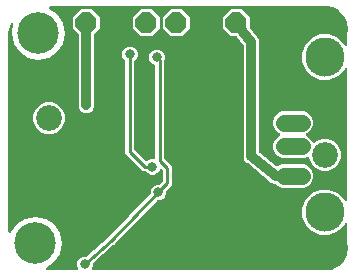
<source format=gbr>
G04 EAGLE Gerber RS-274X export*
G75*
%MOMM*%
%FSLAX34Y34*%
%LPD*%
%INBottom Copper*%
%IPPOS*%
%AMOC8*
5,1,8,0,0,1.08239X$1,22.5*%
G01*
%ADD10C,0.908000*%
%ADD11C,3.516000*%
%ADD12C,2.184400*%
%ADD13C,1.458000*%
%ADD14C,3.316000*%
%ADD15P,1.924489X8X112.500000*%
%ADD16C,0.800100*%
%ADD17C,0.812800*%
%ADD18C,0.254000*%

G36*
X60484Y2547D02*
X60484Y2547D01*
X60533Y2545D01*
X60641Y2567D01*
X60750Y2581D01*
X60796Y2599D01*
X60845Y2609D01*
X60943Y2657D01*
X61045Y2698D01*
X61085Y2727D01*
X61130Y2749D01*
X61214Y2820D01*
X61303Y2884D01*
X61334Y2923D01*
X61372Y2955D01*
X61436Y3045D01*
X61506Y3129D01*
X61527Y3174D01*
X61555Y3215D01*
X61594Y3318D01*
X61641Y3417D01*
X61650Y3466D01*
X61668Y3512D01*
X61680Y3622D01*
X61701Y3729D01*
X61698Y3779D01*
X61703Y3828D01*
X61688Y3937D01*
X61681Y4047D01*
X61666Y4094D01*
X61659Y4143D01*
X61607Y4296D01*
X60769Y6319D01*
X60769Y8921D01*
X61765Y11325D01*
X63605Y13165D01*
X66009Y14161D01*
X68450Y14161D01*
X68512Y14169D01*
X68574Y14167D01*
X68669Y14189D01*
X68766Y14201D01*
X68823Y14224D01*
X68884Y14238D01*
X68971Y14282D01*
X69062Y14318D01*
X69112Y14354D01*
X69167Y14383D01*
X69294Y14482D01*
X87496Y30662D01*
X87511Y30678D01*
X87565Y30728D01*
X122641Y66935D01*
X122695Y67007D01*
X122756Y67071D01*
X122790Y67133D01*
X122832Y67190D01*
X122866Y67272D01*
X122909Y67350D01*
X122927Y67418D01*
X122954Y67484D01*
X122966Y67572D01*
X122989Y67658D01*
X122997Y67784D01*
X122999Y67798D01*
X122998Y67805D01*
X122999Y67819D01*
X122999Y69881D01*
X123995Y72285D01*
X125835Y74125D01*
X128239Y75121D01*
X130166Y75121D01*
X130264Y75134D01*
X130364Y75137D01*
X130422Y75153D01*
X130482Y75161D01*
X130574Y75198D01*
X130669Y75225D01*
X130721Y75256D01*
X130778Y75278D01*
X130858Y75336D01*
X130943Y75387D01*
X131018Y75453D01*
X131035Y75465D01*
X131043Y75474D01*
X131064Y75493D01*
X132978Y77407D01*
X133038Y77485D01*
X133106Y77557D01*
X133135Y77610D01*
X133172Y77658D01*
X133212Y77749D01*
X133260Y77836D01*
X133275Y77894D01*
X133299Y77950D01*
X133314Y78048D01*
X133339Y78144D01*
X133345Y78244D01*
X133349Y78264D01*
X133347Y78276D01*
X133349Y78304D01*
X133349Y86796D01*
X133337Y86894D01*
X133334Y86993D01*
X133317Y87051D01*
X133309Y87111D01*
X133273Y87203D01*
X133245Y87299D01*
X133215Y87351D01*
X133192Y87407D01*
X133134Y87487D01*
X133084Y87572D01*
X133018Y87648D01*
X133006Y87664D01*
X132996Y87672D01*
X132978Y87693D01*
X132579Y88092D01*
X132540Y88122D01*
X132506Y88159D01*
X132415Y88219D01*
X132328Y88287D01*
X132282Y88307D01*
X132241Y88334D01*
X132137Y88369D01*
X132036Y88413D01*
X131987Y88421D01*
X131940Y88437D01*
X131830Y88446D01*
X131722Y88463D01*
X131672Y88458D01*
X131623Y88462D01*
X131515Y88443D01*
X131405Y88433D01*
X131358Y88416D01*
X131309Y88408D01*
X131209Y88363D01*
X131106Y88326D01*
X131065Y88298D01*
X131019Y88277D01*
X130934Y88209D01*
X130843Y88147D01*
X130810Y88110D01*
X130771Y88079D01*
X130705Y87991D01*
X130632Y87909D01*
X130610Y87864D01*
X130580Y87825D01*
X130509Y87680D01*
X130005Y86465D01*
X128165Y84625D01*
X125761Y83629D01*
X123159Y83629D01*
X120755Y84625D01*
X119392Y85988D01*
X119313Y86048D01*
X119241Y86116D01*
X119188Y86145D01*
X119140Y86182D01*
X119050Y86222D01*
X118963Y86270D01*
X118904Y86285D01*
X118849Y86309D01*
X118751Y86324D01*
X118655Y86349D01*
X118555Y86355D01*
X118535Y86359D01*
X118522Y86357D01*
X118494Y86359D01*
X116532Y86359D01*
X101599Y101292D01*
X101599Y179454D01*
X101587Y179552D01*
X101584Y179651D01*
X101567Y179710D01*
X101559Y179770D01*
X101523Y179862D01*
X101495Y179957D01*
X101465Y180009D01*
X101442Y180065D01*
X101384Y180146D01*
X101334Y180231D01*
X101268Y180306D01*
X101256Y180323D01*
X101246Y180331D01*
X101228Y180352D01*
X99865Y181715D01*
X98869Y184119D01*
X98869Y186721D01*
X99865Y189125D01*
X101705Y190965D01*
X104109Y191961D01*
X106711Y191961D01*
X109115Y190965D01*
X110955Y189125D01*
X111951Y186721D01*
X111951Y184119D01*
X110955Y181715D01*
X109592Y180352D01*
X109532Y180273D01*
X109464Y180201D01*
X109435Y180148D01*
X109398Y180100D01*
X109358Y180010D01*
X109310Y179923D01*
X109295Y179864D01*
X109271Y179809D01*
X109256Y179711D01*
X109231Y179615D01*
X109225Y179515D01*
X109221Y179495D01*
X109223Y179482D01*
X109221Y179454D01*
X109221Y104974D01*
X109233Y104876D01*
X109236Y104777D01*
X109253Y104719D01*
X109261Y104659D01*
X109297Y104567D01*
X109325Y104471D01*
X109355Y104419D01*
X109378Y104363D01*
X109436Y104283D01*
X109486Y104198D01*
X109552Y104122D01*
X109564Y104106D01*
X109574Y104098D01*
X109592Y104077D01*
X118457Y95212D01*
X118551Y95139D01*
X118640Y95061D01*
X118676Y95042D01*
X118708Y95017D01*
X118817Y94970D01*
X118923Y94916D01*
X118963Y94907D01*
X119000Y94891D01*
X119118Y94872D01*
X119234Y94846D01*
X119274Y94848D01*
X119314Y94841D01*
X119433Y94852D01*
X119551Y94856D01*
X119590Y94867D01*
X119631Y94871D01*
X119743Y94911D01*
X119857Y94944D01*
X119892Y94965D01*
X119930Y94979D01*
X120028Y95046D01*
X120131Y95106D01*
X120176Y95146D01*
X120193Y95157D01*
X120206Y95173D01*
X120252Y95212D01*
X120755Y95715D01*
X123159Y96711D01*
X125730Y96711D01*
X125848Y96726D01*
X125967Y96734D01*
X126005Y96746D01*
X126046Y96751D01*
X126156Y96795D01*
X126269Y96832D01*
X126304Y96853D01*
X126341Y96868D01*
X126437Y96938D01*
X126538Y97002D01*
X126566Y97031D01*
X126599Y97055D01*
X126675Y97147D01*
X126756Y97233D01*
X126776Y97269D01*
X126801Y97300D01*
X126852Y97408D01*
X126910Y97512D01*
X126920Y97551D01*
X126937Y97588D01*
X126959Y97704D01*
X126989Y97820D01*
X126993Y97880D01*
X126997Y97900D01*
X126995Y97920D01*
X126999Y97980D01*
X126999Y175478D01*
X126996Y175507D01*
X126998Y175537D01*
X126976Y175665D01*
X126959Y175794D01*
X126949Y175821D01*
X126944Y175850D01*
X126890Y175969D01*
X126842Y176089D01*
X126825Y176113D01*
X126813Y176140D01*
X126732Y176242D01*
X126656Y176347D01*
X126633Y176365D01*
X126614Y176389D01*
X126511Y176467D01*
X126411Y176549D01*
X126384Y176562D01*
X126360Y176580D01*
X126216Y176651D01*
X124565Y177335D01*
X122725Y179175D01*
X121729Y181579D01*
X121729Y184181D01*
X122725Y186585D01*
X124565Y188425D01*
X126969Y189421D01*
X129571Y189421D01*
X131975Y188425D01*
X133815Y186585D01*
X134811Y184181D01*
X134811Y181579D01*
X134717Y181352D01*
X134715Y181343D01*
X134710Y181335D01*
X134673Y181190D01*
X134633Y181045D01*
X134633Y181036D01*
X134631Y181027D01*
X134621Y180866D01*
X134621Y97354D01*
X134633Y97256D01*
X134636Y97157D01*
X134653Y97099D01*
X134661Y97039D01*
X134697Y96947D01*
X134725Y96851D01*
X134755Y96799D01*
X134778Y96743D01*
X134836Y96663D01*
X134886Y96578D01*
X134952Y96502D01*
X134964Y96486D01*
X134974Y96478D01*
X134992Y96457D01*
X140971Y90478D01*
X140971Y74622D01*
X136453Y70104D01*
X136392Y70026D01*
X136324Y69953D01*
X136295Y69900D01*
X136258Y69853D01*
X136219Y69762D01*
X136171Y69675D01*
X136156Y69616D01*
X136132Y69561D01*
X136116Y69463D01*
X136091Y69367D01*
X136085Y69267D01*
X136082Y69247D01*
X136083Y69234D01*
X136081Y69206D01*
X136081Y67279D01*
X135085Y64875D01*
X133245Y63035D01*
X130841Y62039D01*
X129046Y62039D01*
X128938Y62025D01*
X128829Y62020D01*
X128781Y62005D01*
X128731Y61999D01*
X128629Y61959D01*
X128525Y61927D01*
X128482Y61900D01*
X128435Y61882D01*
X128347Y61818D01*
X128254Y61761D01*
X128196Y61708D01*
X128178Y61695D01*
X128167Y61682D01*
X128135Y61653D01*
X94219Y26643D01*
X94188Y26601D01*
X94150Y26566D01*
X94093Y26474D01*
X94028Y26388D01*
X94008Y26340D01*
X93980Y26297D01*
X93950Y26201D01*
X92844Y25218D01*
X92829Y25202D01*
X92775Y25152D01*
X91750Y24094D01*
X91702Y24084D01*
X91606Y24034D01*
X91507Y23993D01*
X91466Y23962D01*
X91419Y23938D01*
X91293Y23839D01*
X74277Y8715D01*
X74188Y8612D01*
X74094Y8513D01*
X74083Y8493D01*
X74068Y8475D01*
X74007Y8354D01*
X73941Y8235D01*
X73935Y8212D01*
X73925Y8191D01*
X73895Y8058D01*
X73861Y7927D01*
X73859Y7894D01*
X73856Y7881D01*
X73857Y7859D01*
X73851Y7766D01*
X73851Y6319D01*
X73013Y4296D01*
X73000Y4248D01*
X72979Y4203D01*
X72958Y4095D01*
X72929Y3989D01*
X72929Y3939D01*
X72919Y3890D01*
X72926Y3781D01*
X72924Y3671D01*
X72936Y3623D01*
X72939Y3573D01*
X72973Y3469D01*
X72998Y3362D01*
X73022Y3318D01*
X73037Y3271D01*
X73096Y3178D01*
X73147Y3081D01*
X73180Y3044D01*
X73207Y3002D01*
X73287Y2927D01*
X73361Y2845D01*
X73403Y2818D01*
X73439Y2784D01*
X73535Y2731D01*
X73627Y2671D01*
X73674Y2654D01*
X73717Y2630D01*
X73824Y2603D01*
X73928Y2567D01*
X73977Y2563D01*
X74025Y2551D01*
X74186Y2541D01*
X273882Y2541D01*
X273961Y2551D01*
X274042Y2551D01*
X274195Y2580D01*
X274197Y2581D01*
X274198Y2581D01*
X274200Y2581D01*
X276728Y3235D01*
X276792Y3261D01*
X276859Y3277D01*
X277006Y3343D01*
X282009Y6005D01*
X282106Y6073D01*
X282207Y6135D01*
X282252Y6176D01*
X282269Y6188D01*
X282282Y6204D01*
X282326Y6244D01*
X286262Y10321D01*
X286334Y10416D01*
X286411Y10506D01*
X286441Y10559D01*
X286453Y10576D01*
X286461Y10594D01*
X286490Y10646D01*
X288974Y15740D01*
X289012Y15853D01*
X289057Y15962D01*
X289070Y16022D01*
X289076Y16041D01*
X289078Y16062D01*
X289090Y16120D01*
X289878Y21732D01*
X289879Y21801D01*
X289889Y21870D01*
X289884Y22030D01*
X289715Y23782D01*
X289707Y23819D01*
X289706Y23857D01*
X289672Y23974D01*
X289645Y24092D01*
X289628Y24126D01*
X289617Y24163D01*
X289559Y24261D01*
X289559Y25066D01*
X289555Y25097D01*
X289558Y25127D01*
X289540Y25287D01*
X289410Y26024D01*
X289470Y26132D01*
X289473Y26144D01*
X289478Y26154D01*
X289512Y26298D01*
X289549Y26440D01*
X289550Y26456D01*
X289552Y26464D01*
X289552Y26480D01*
X289559Y26601D01*
X289559Y41418D01*
X289551Y41487D01*
X289552Y41557D01*
X289531Y41645D01*
X289519Y41734D01*
X289494Y41799D01*
X289477Y41866D01*
X289435Y41946D01*
X289402Y42029D01*
X289361Y42086D01*
X289329Y42148D01*
X289268Y42214D01*
X289216Y42287D01*
X289162Y42331D01*
X289115Y42383D01*
X289040Y42432D01*
X288971Y42490D01*
X288907Y42519D01*
X288849Y42558D01*
X288764Y42587D01*
X288683Y42625D01*
X288614Y42638D01*
X288548Y42661D01*
X288459Y42668D01*
X288371Y42685D01*
X288301Y42681D01*
X288231Y42686D01*
X288143Y42671D01*
X288053Y42665D01*
X287987Y42644D01*
X287918Y42632D01*
X287836Y42595D01*
X287751Y42567D01*
X287692Y42530D01*
X287628Y42501D01*
X287558Y42445D01*
X287482Y42397D01*
X287434Y42346D01*
X287380Y42303D01*
X287325Y42231D01*
X287264Y42165D01*
X287230Y42104D01*
X287188Y42048D01*
X287117Y41904D01*
X286720Y40944D01*
X281341Y35565D01*
X274313Y32654D01*
X266707Y32654D01*
X259679Y35565D01*
X254300Y40944D01*
X251389Y47972D01*
X251389Y55578D01*
X254300Y62606D01*
X259679Y67985D01*
X266707Y70896D01*
X274313Y70896D01*
X281341Y67985D01*
X286720Y62606D01*
X287117Y61646D01*
X287152Y61585D01*
X287178Y61521D01*
X287230Y61448D01*
X287275Y61370D01*
X287323Y61320D01*
X287364Y61263D01*
X287434Y61206D01*
X287496Y61141D01*
X287556Y61105D01*
X287609Y61060D01*
X287691Y61022D01*
X287767Y60975D01*
X287834Y60955D01*
X287897Y60925D01*
X287985Y60908D01*
X288071Y60882D01*
X288141Y60878D01*
X288210Y60865D01*
X288299Y60871D01*
X288389Y60866D01*
X288457Y60881D01*
X288527Y60885D01*
X288612Y60913D01*
X288700Y60931D01*
X288763Y60961D01*
X288829Y60983D01*
X288905Y61031D01*
X288986Y61070D01*
X289039Y61116D01*
X289098Y61153D01*
X289160Y61219D01*
X289228Y61277D01*
X289268Y61334D01*
X289316Y61385D01*
X289359Y61463D01*
X289411Y61537D01*
X289436Y61602D01*
X289470Y61663D01*
X289492Y61750D01*
X289524Y61834D01*
X289532Y61904D01*
X289549Y61971D01*
X289559Y62132D01*
X289559Y172818D01*
X289551Y172887D01*
X289552Y172957D01*
X289531Y173045D01*
X289519Y173134D01*
X289494Y173199D01*
X289477Y173266D01*
X289435Y173346D01*
X289402Y173429D01*
X289361Y173486D01*
X289329Y173548D01*
X289268Y173614D01*
X289216Y173687D01*
X289162Y173731D01*
X289115Y173783D01*
X289040Y173832D01*
X288971Y173890D01*
X288907Y173919D01*
X288849Y173958D01*
X288764Y173987D01*
X288683Y174025D01*
X288614Y174038D01*
X288548Y174061D01*
X288459Y174068D01*
X288371Y174085D01*
X288301Y174081D01*
X288231Y174086D01*
X288143Y174071D01*
X288053Y174065D01*
X287987Y174044D01*
X287918Y174032D01*
X287836Y173995D01*
X287751Y173967D01*
X287692Y173930D01*
X287628Y173901D01*
X287558Y173845D01*
X287482Y173797D01*
X287434Y173746D01*
X287380Y173703D01*
X287325Y173631D01*
X287264Y173565D01*
X287230Y173504D01*
X287188Y173448D01*
X287117Y173304D01*
X286720Y172344D01*
X281341Y166965D01*
X274313Y164054D01*
X266707Y164054D01*
X259679Y166965D01*
X254300Y172344D01*
X251389Y179372D01*
X251389Y186978D01*
X254300Y194006D01*
X259679Y199385D01*
X266707Y202296D01*
X274313Y202296D01*
X281341Y199385D01*
X286720Y194006D01*
X287117Y193046D01*
X287152Y192985D01*
X287178Y192921D01*
X287230Y192848D01*
X287275Y192770D01*
X287323Y192720D01*
X287364Y192663D01*
X287434Y192606D01*
X287496Y192541D01*
X287556Y192505D01*
X287609Y192460D01*
X287691Y192422D01*
X287767Y192375D01*
X287834Y192355D01*
X287897Y192325D01*
X287985Y192308D01*
X288071Y192282D01*
X288141Y192278D01*
X288210Y192265D01*
X288299Y192271D01*
X288389Y192266D01*
X288457Y192281D01*
X288527Y192285D01*
X288612Y192313D01*
X288700Y192331D01*
X288763Y192361D01*
X288829Y192383D01*
X288905Y192431D01*
X288986Y192470D01*
X289039Y192516D01*
X289098Y192553D01*
X289160Y192619D01*
X289228Y192677D01*
X289268Y192734D01*
X289316Y192785D01*
X289359Y192863D01*
X289411Y192937D01*
X289436Y193002D01*
X289470Y193063D01*
X289492Y193150D01*
X289524Y193234D01*
X289532Y193304D01*
X289549Y193371D01*
X289559Y193532D01*
X289559Y201999D01*
X289541Y202146D01*
X289525Y202292D01*
X289521Y202303D01*
X289519Y202315D01*
X289465Y202452D01*
X289414Y202589D01*
X289413Y202591D01*
X289540Y203313D01*
X289541Y203343D01*
X289549Y203373D01*
X289559Y203534D01*
X289559Y204328D01*
X289560Y204329D01*
X289581Y204360D01*
X289622Y204474D01*
X289671Y204586D01*
X289677Y204623D01*
X289690Y204659D01*
X289715Y204818D01*
X289884Y206570D01*
X289882Y206639D01*
X289890Y206707D01*
X289878Y206868D01*
X289090Y212480D01*
X289059Y212595D01*
X289035Y212711D01*
X289012Y212767D01*
X289006Y212787D01*
X288996Y212804D01*
X288974Y212860D01*
X286490Y217954D01*
X286425Y218053D01*
X286367Y218156D01*
X286327Y218203D01*
X286316Y218220D01*
X286301Y218233D01*
X286262Y218279D01*
X282326Y222356D01*
X282234Y222431D01*
X282146Y222511D01*
X282094Y222543D01*
X282078Y222556D01*
X282060Y222564D01*
X282009Y222595D01*
X277006Y225257D01*
X276941Y225281D01*
X276881Y225315D01*
X276728Y225365D01*
X274200Y226019D01*
X274120Y226029D01*
X274043Y226049D01*
X273887Y226059D01*
X273884Y226059D01*
X273882Y226059D01*
X37944Y226059D01*
X37840Y226046D01*
X37736Y226042D01*
X37683Y226026D01*
X37629Y226019D01*
X37532Y225981D01*
X37431Y225951D01*
X37384Y225923D01*
X37333Y225902D01*
X37248Y225841D01*
X37159Y225787D01*
X37120Y225748D01*
X37076Y225716D01*
X37009Y225635D01*
X36936Y225561D01*
X36908Y225513D01*
X36873Y225471D01*
X36828Y225376D01*
X36776Y225286D01*
X36761Y225233D01*
X36737Y225183D01*
X36718Y225080D01*
X36689Y224980D01*
X36688Y224925D01*
X36677Y224871D01*
X36684Y224766D01*
X36681Y224662D01*
X36694Y224608D01*
X36697Y224553D01*
X36729Y224454D01*
X36753Y224352D01*
X36778Y224303D01*
X36795Y224251D01*
X36851Y224162D01*
X36899Y224070D01*
X36936Y224028D01*
X36965Y223982D01*
X37041Y223910D01*
X37111Y223832D01*
X37181Y223779D01*
X37197Y223764D01*
X37210Y223757D01*
X37239Y223735D01*
X43974Y219234D01*
X48890Y211878D01*
X50616Y203200D01*
X48890Y194522D01*
X43974Y187166D01*
X36618Y182250D01*
X27940Y180524D01*
X19262Y182250D01*
X11906Y187166D01*
X6990Y194522D01*
X5264Y203200D01*
X6780Y210822D01*
X6786Y210906D01*
X6802Y210990D01*
X6797Y211064D01*
X6803Y211139D01*
X6787Y211222D01*
X6782Y211307D01*
X6759Y211378D01*
X6746Y211452D01*
X6710Y211529D01*
X6684Y211609D01*
X6644Y211673D01*
X6613Y211741D01*
X6559Y211807D01*
X6514Y211878D01*
X6459Y211929D01*
X6412Y211987D01*
X6344Y212038D01*
X6282Y212096D01*
X6216Y212132D01*
X6156Y212176D01*
X6077Y212208D01*
X6003Y212249D01*
X5931Y212268D01*
X5861Y212296D01*
X5777Y212307D01*
X5695Y212329D01*
X5621Y212329D01*
X5546Y212339D01*
X5462Y212329D01*
X5377Y212329D01*
X5305Y212310D01*
X5230Y212301D01*
X5151Y212271D01*
X5069Y212250D01*
X5004Y212214D01*
X4934Y212187D01*
X4865Y212138D01*
X4790Y212097D01*
X4736Y212046D01*
X4675Y212002D01*
X4620Y211938D01*
X4558Y211880D01*
X4518Y211816D01*
X4470Y211759D01*
X4433Y211683D01*
X4388Y211611D01*
X4336Y211481D01*
X4332Y211473D01*
X4330Y211467D01*
X4328Y211462D01*
X2869Y206970D01*
X2856Y206902D01*
X2833Y206836D01*
X2810Y206677D01*
X2545Y203300D01*
X2546Y203278D01*
X2541Y203200D01*
X2541Y35404D01*
X2554Y35300D01*
X2558Y35196D01*
X2574Y35143D01*
X2581Y35089D01*
X2619Y34992D01*
X2649Y34891D01*
X2677Y34844D01*
X2698Y34793D01*
X2759Y34708D01*
X2813Y34619D01*
X2852Y34580D01*
X2884Y34535D01*
X2965Y34469D01*
X3039Y34396D01*
X3087Y34368D01*
X3129Y34333D01*
X3224Y34288D01*
X3314Y34236D01*
X3367Y34221D01*
X3417Y34197D01*
X3520Y34178D01*
X3620Y34149D01*
X3675Y34148D01*
X3729Y34137D01*
X3834Y34144D01*
X3938Y34141D01*
X3992Y34154D01*
X4047Y34157D01*
X4146Y34189D01*
X4248Y34213D01*
X4297Y34238D01*
X4349Y34255D01*
X4438Y34311D01*
X4530Y34359D01*
X4572Y34396D01*
X4618Y34425D01*
X4690Y34501D01*
X4768Y34571D01*
X4821Y34641D01*
X4836Y34657D01*
X4843Y34670D01*
X4865Y34699D01*
X9366Y41434D01*
X16722Y46350D01*
X25400Y48076D01*
X34078Y46350D01*
X41434Y41434D01*
X46350Y34078D01*
X48076Y25400D01*
X46350Y16722D01*
X41434Y9366D01*
X34699Y4865D01*
X34620Y4797D01*
X34535Y4736D01*
X34500Y4693D01*
X34459Y4657D01*
X34399Y4571D01*
X34333Y4491D01*
X34309Y4441D01*
X34278Y4395D01*
X34242Y4297D01*
X34197Y4203D01*
X34187Y4149D01*
X34168Y4097D01*
X34157Y3993D01*
X34137Y3890D01*
X34141Y3835D01*
X34135Y3781D01*
X34151Y3677D01*
X34157Y3573D01*
X34174Y3521D01*
X34182Y3466D01*
X34223Y3370D01*
X34255Y3271D01*
X34285Y3224D01*
X34306Y3173D01*
X34369Y3090D01*
X34425Y3002D01*
X34465Y2964D01*
X34499Y2920D01*
X34581Y2855D01*
X34657Y2784D01*
X34705Y2757D01*
X34748Y2723D01*
X34844Y2681D01*
X34935Y2630D01*
X34989Y2617D01*
X35039Y2594D01*
X35142Y2577D01*
X35243Y2551D01*
X35331Y2545D01*
X35353Y2542D01*
X35368Y2543D01*
X35404Y2541D01*
X60434Y2541D01*
X60484Y2547D01*
G37*
%LPC*%
G36*
X234165Y72644D02*
X234165Y72644D01*
X230551Y74141D01*
X229267Y75425D01*
X229263Y75428D01*
X229260Y75432D01*
X229137Y75526D01*
X229016Y75620D01*
X229011Y75622D01*
X229007Y75625D01*
X228864Y75686D01*
X228724Y75747D01*
X228719Y75747D01*
X228715Y75749D01*
X228563Y75772D01*
X228410Y75796D01*
X228405Y75796D01*
X228400Y75797D01*
X228239Y75790D01*
X228045Y75770D01*
X227888Y75817D01*
X227786Y75834D01*
X227686Y75860D01*
X227596Y75866D01*
X227574Y75869D01*
X227560Y75868D01*
X227525Y75870D01*
X227361Y75870D01*
X226521Y76218D01*
X226504Y76223D01*
X226399Y76262D01*
X225527Y76522D01*
X225400Y76625D01*
X225312Y76680D01*
X225230Y76742D01*
X225148Y76782D01*
X225130Y76793D01*
X225116Y76798D01*
X225085Y76813D01*
X224934Y76876D01*
X224291Y77519D01*
X224276Y77530D01*
X224194Y77606D01*
X205005Y93210D01*
X204917Y93265D01*
X204835Y93327D01*
X204753Y93367D01*
X204735Y93378D01*
X204721Y93383D01*
X204690Y93398D01*
X204539Y93461D01*
X203896Y94104D01*
X203882Y94115D01*
X203799Y94191D01*
X203094Y94765D01*
X203016Y94909D01*
X202956Y94993D01*
X202903Y95082D01*
X202843Y95150D01*
X202831Y95167D01*
X202820Y95177D01*
X202797Y95203D01*
X202681Y95319D01*
X202333Y96159D01*
X202324Y96174D01*
X202277Y96276D01*
X201845Y97076D01*
X201828Y97239D01*
X201805Y97340D01*
X201790Y97443D01*
X201761Y97528D01*
X201756Y97549D01*
X201749Y97562D01*
X201738Y97595D01*
X201675Y97746D01*
X201675Y98655D01*
X201673Y98674D01*
X201669Y98785D01*
X201575Y99690D01*
X201622Y99847D01*
X201639Y99949D01*
X201665Y100049D01*
X201671Y100140D01*
X201674Y100161D01*
X201673Y100175D01*
X201675Y100210D01*
X201675Y192902D01*
X201673Y192919D01*
X201675Y192935D01*
X201653Y193076D01*
X201635Y193217D01*
X201629Y193233D01*
X201627Y193250D01*
X201571Y193381D01*
X201518Y193513D01*
X201509Y193527D01*
X201502Y193542D01*
X201412Y193676D01*
X196421Y200164D01*
X196406Y200179D01*
X196394Y200198D01*
X196294Y200292D01*
X196197Y200390D01*
X196178Y200401D01*
X196162Y200416D01*
X196042Y200482D01*
X195924Y200553D01*
X195903Y200559D01*
X195884Y200570D01*
X195751Y200604D01*
X195619Y200643D01*
X195597Y200644D01*
X195576Y200649D01*
X195415Y200659D01*
X190845Y200659D01*
X184149Y207355D01*
X184149Y216825D01*
X190845Y223521D01*
X200315Y223521D01*
X207011Y216825D01*
X207011Y208494D01*
X207013Y208478D01*
X207011Y208461D01*
X207033Y208320D01*
X207051Y208179D01*
X207057Y208163D01*
X207059Y208147D01*
X207115Y208015D01*
X207168Y207883D01*
X207177Y207869D01*
X207184Y207854D01*
X207274Y207720D01*
X213203Y200012D01*
X213204Y200011D01*
X213205Y200010D01*
X213312Y199889D01*
X213879Y199321D01*
X213983Y199070D01*
X214026Y198995D01*
X214060Y198915D01*
X214135Y198803D01*
X214141Y198793D01*
X214144Y198790D01*
X214150Y198781D01*
X214316Y198566D01*
X214525Y197791D01*
X214525Y197789D01*
X214526Y197787D01*
X214578Y197635D01*
X214885Y196894D01*
X214885Y196621D01*
X214896Y196536D01*
X214896Y196449D01*
X214923Y196318D01*
X214925Y196306D01*
X214926Y196301D01*
X214928Y196291D01*
X214999Y196029D01*
X214895Y195233D01*
X214895Y195231D01*
X214895Y195229D01*
X214885Y195069D01*
X214885Y102806D01*
X214885Y102801D01*
X214885Y102796D01*
X214901Y102678D01*
X214907Y102575D01*
X214918Y102540D01*
X214925Y102490D01*
X214926Y102486D01*
X214927Y102481D01*
X214979Y102352D01*
X215005Y102272D01*
X215021Y102247D01*
X215042Y102195D01*
X215044Y102191D01*
X215046Y102186D01*
X215138Y102062D01*
X215140Y102059D01*
X215175Y102003D01*
X215192Y101988D01*
X215228Y101937D01*
X215232Y101934D01*
X215235Y101930D01*
X215353Y101821D01*
X228920Y90789D01*
X228966Y90760D01*
X229007Y90724D01*
X229101Y90676D01*
X229190Y90621D01*
X229242Y90604D01*
X229290Y90580D01*
X229393Y90557D01*
X229493Y90525D01*
X229547Y90522D01*
X229600Y90510D01*
X229706Y90513D01*
X229811Y90507D01*
X229864Y90518D01*
X229918Y90520D01*
X230019Y90549D01*
X230123Y90569D01*
X230172Y90593D01*
X230224Y90608D01*
X230314Y90662D01*
X230409Y90707D01*
X230451Y90742D01*
X230498Y90770D01*
X230534Y90802D01*
X234165Y92306D01*
X252655Y92306D01*
X256269Y90809D01*
X259034Y88044D01*
X260531Y84430D01*
X260531Y80520D01*
X259034Y76906D01*
X256269Y74141D01*
X252655Y72644D01*
X234165Y72644D01*
G37*
%LPD*%
%LPC*%
G36*
X267832Y87012D02*
X267832Y87012D01*
X262884Y89062D01*
X259097Y92849D01*
X256984Y97949D01*
X256979Y97974D01*
X256931Y98073D01*
X256890Y98175D01*
X256861Y98215D01*
X256839Y98260D01*
X256768Y98344D01*
X256704Y98432D01*
X256665Y98464D01*
X256633Y98502D01*
X256543Y98565D01*
X256459Y98635D01*
X256414Y98656D01*
X256373Y98685D01*
X256270Y98724D01*
X256171Y98771D01*
X256122Y98780D01*
X256076Y98798D01*
X255966Y98810D01*
X255859Y98831D01*
X255809Y98827D01*
X255760Y98833D01*
X255651Y98818D01*
X255541Y98811D01*
X255494Y98795D01*
X255445Y98789D01*
X255292Y98736D01*
X252655Y97644D01*
X234165Y97644D01*
X230551Y99141D01*
X227786Y101906D01*
X226289Y105520D01*
X226289Y109430D01*
X227786Y113044D01*
X230551Y115809D01*
X231742Y116302D01*
X231863Y116371D01*
X231986Y116436D01*
X232001Y116450D01*
X232018Y116460D01*
X232118Y116557D01*
X232221Y116650D01*
X232232Y116667D01*
X232247Y116681D01*
X232319Y116799D01*
X232396Y116916D01*
X232403Y116935D01*
X232413Y116952D01*
X232454Y117085D01*
X232499Y117217D01*
X232501Y117237D01*
X232507Y117256D01*
X232513Y117395D01*
X232524Y117534D01*
X232521Y117554D01*
X232522Y117574D01*
X232494Y117710D01*
X232470Y117847D01*
X232462Y117866D01*
X232458Y117885D01*
X232396Y118010D01*
X232339Y118137D01*
X232327Y118153D01*
X232318Y118171D01*
X232228Y118277D01*
X232141Y118385D01*
X232125Y118398D01*
X232112Y118413D01*
X231998Y118493D01*
X231887Y118577D01*
X231862Y118589D01*
X231852Y118596D01*
X231832Y118603D01*
X231742Y118648D01*
X230551Y119141D01*
X227786Y121906D01*
X226289Y125520D01*
X226289Y129430D01*
X227786Y133044D01*
X230551Y135809D01*
X234165Y137306D01*
X252655Y137306D01*
X256269Y135809D01*
X259034Y133044D01*
X260531Y129430D01*
X260531Y125520D01*
X259034Y121906D01*
X256269Y119141D01*
X255078Y118648D01*
X254957Y118579D01*
X254834Y118514D01*
X254819Y118500D01*
X254802Y118490D01*
X254701Y118393D01*
X254599Y118300D01*
X254588Y118283D01*
X254573Y118269D01*
X254500Y118150D01*
X254424Y118034D01*
X254417Y118015D01*
X254407Y117998D01*
X254366Y117865D01*
X254321Y117733D01*
X254319Y117713D01*
X254313Y117694D01*
X254307Y117555D01*
X254296Y117416D01*
X254299Y117396D01*
X254298Y117376D01*
X254326Y117240D01*
X254350Y117103D01*
X254358Y117084D01*
X254362Y117065D01*
X254424Y116939D01*
X254481Y116813D01*
X254493Y116797D01*
X254502Y116779D01*
X254592Y116673D01*
X254679Y116565D01*
X254695Y116552D01*
X254708Y116537D01*
X254822Y116457D01*
X254933Y116373D01*
X254958Y116361D01*
X254968Y116354D01*
X254988Y116347D01*
X255078Y116302D01*
X256269Y115809D01*
X259034Y113044D01*
X259773Y111259D01*
X259798Y111216D01*
X259815Y111169D01*
X259876Y111078D01*
X259931Y110983D01*
X259965Y110947D01*
X259993Y110906D01*
X260076Y110834D01*
X260152Y110755D01*
X260194Y110729D01*
X260232Y110696D01*
X260329Y110646D01*
X260423Y110588D01*
X260471Y110574D01*
X260515Y110551D01*
X260622Y110527D01*
X260727Y110495D01*
X260777Y110492D01*
X260825Y110481D01*
X260935Y110485D01*
X261045Y110480D01*
X261093Y110490D01*
X261143Y110491D01*
X261249Y110522D01*
X261356Y110544D01*
X261401Y110566D01*
X261449Y110580D01*
X261543Y110635D01*
X261642Y110684D01*
X261680Y110716D01*
X261722Y110741D01*
X261843Y110848D01*
X262884Y111888D01*
X267832Y113938D01*
X273188Y113938D01*
X278136Y111888D01*
X281923Y108101D01*
X283973Y103153D01*
X283973Y97797D01*
X281923Y92849D01*
X278136Y89062D01*
X273188Y87012D01*
X267832Y87012D01*
G37*
%LPD*%
%LPC*%
G36*
X67266Y135635D02*
X67266Y135635D01*
X64839Y136641D01*
X62981Y138499D01*
X61975Y140926D01*
X61975Y202004D01*
X61963Y202102D01*
X61960Y202201D01*
X61943Y202259D01*
X61935Y202319D01*
X61899Y202411D01*
X61871Y202506D01*
X61841Y202558D01*
X61818Y202615D01*
X61760Y202695D01*
X61710Y202780D01*
X61644Y202856D01*
X61632Y202872D01*
X61622Y202880D01*
X61604Y202901D01*
X57149Y207355D01*
X57149Y216825D01*
X63845Y223521D01*
X73315Y223521D01*
X80011Y216825D01*
X80011Y207355D01*
X75556Y202901D01*
X75496Y202823D01*
X75428Y202751D01*
X75399Y202698D01*
X75362Y202650D01*
X75322Y202559D01*
X75274Y202472D01*
X75259Y202414D01*
X75235Y202358D01*
X75220Y202260D01*
X75195Y202164D01*
X75189Y202064D01*
X75185Y202044D01*
X75187Y202032D01*
X75185Y202004D01*
X75185Y140926D01*
X74179Y138499D01*
X72321Y136641D01*
X69894Y135635D01*
X67266Y135635D01*
G37*
%LPD*%
%LPC*%
G36*
X34152Y117837D02*
X34152Y117837D01*
X29204Y119887D01*
X25417Y123674D01*
X23367Y128622D01*
X23367Y133978D01*
X25417Y138926D01*
X29204Y142713D01*
X34152Y144763D01*
X39508Y144763D01*
X44456Y142713D01*
X48243Y138926D01*
X50293Y133978D01*
X50293Y128622D01*
X48243Y123674D01*
X44456Y119887D01*
X39508Y117837D01*
X34152Y117837D01*
G37*
%LPD*%
%LPC*%
G36*
X140045Y200659D02*
X140045Y200659D01*
X133349Y207355D01*
X133349Y216825D01*
X140045Y223521D01*
X149515Y223521D01*
X156211Y216825D01*
X156211Y207355D01*
X149515Y200659D01*
X140045Y200659D01*
G37*
%LPD*%
%LPC*%
G36*
X114645Y200659D02*
X114645Y200659D01*
X107949Y207355D01*
X107949Y216825D01*
X114645Y223521D01*
X124115Y223521D01*
X130811Y216825D01*
X130811Y207355D01*
X124115Y200659D01*
X114645Y200659D01*
G37*
%LPD*%
D10*
X162700Y80470D03*
X171700Y71470D03*
X153700Y71470D03*
X153700Y89470D03*
X171700Y89470D03*
D11*
X27940Y203200D03*
X25400Y25400D03*
D12*
X270510Y135475D03*
X270510Y100475D03*
D13*
X250700Y107475D02*
X236120Y107475D01*
X236120Y127475D02*
X250700Y127475D01*
X250700Y82475D02*
X236120Y82475D01*
X236120Y152475D02*
X250700Y152475D01*
D14*
X270510Y51775D03*
X270510Y183175D03*
D15*
X68580Y212090D03*
X93980Y212090D03*
X119380Y212090D03*
X144780Y212090D03*
X170180Y212090D03*
X195580Y212090D03*
D12*
X36830Y96300D03*
X36830Y131300D03*
D16*
X127000Y52070D03*
X232410Y195580D03*
X7620Y184150D03*
X72390Y92710D03*
X54610Y92710D03*
X90170Y92710D03*
X224790Y116840D03*
X208280Y24130D03*
X91440Y44450D03*
X193040Y24130D03*
X176530Y24130D03*
X158750Y24130D03*
X156210Y11430D03*
X284480Y33020D03*
X44450Y45720D03*
X116840Y25400D03*
X52070Y219710D03*
X20320Y123190D03*
X48260Y80010D03*
X196850Y110490D03*
D17*
X208280Y195580D02*
X195580Y212090D01*
X208280Y195580D02*
X208280Y99060D01*
X228675Y82475D01*
X243410Y82475D01*
X68580Y142240D02*
X68580Y212090D01*
D16*
X68580Y142240D03*
X124460Y90170D03*
D18*
X118110Y90170D01*
D16*
X105410Y185420D03*
D18*
X105410Y102870D02*
X118110Y90170D01*
X105410Y102870D02*
X105410Y185420D01*
D16*
X129540Y68580D03*
D18*
X137160Y76200D01*
X137160Y88900D01*
X130810Y95250D01*
D16*
X67310Y7620D03*
D18*
X90170Y27940D01*
X129540Y68580D01*
D16*
X128270Y182880D03*
D18*
X130810Y180340D02*
X130810Y95250D01*
X130810Y180340D02*
X128270Y182880D01*
M02*

</source>
